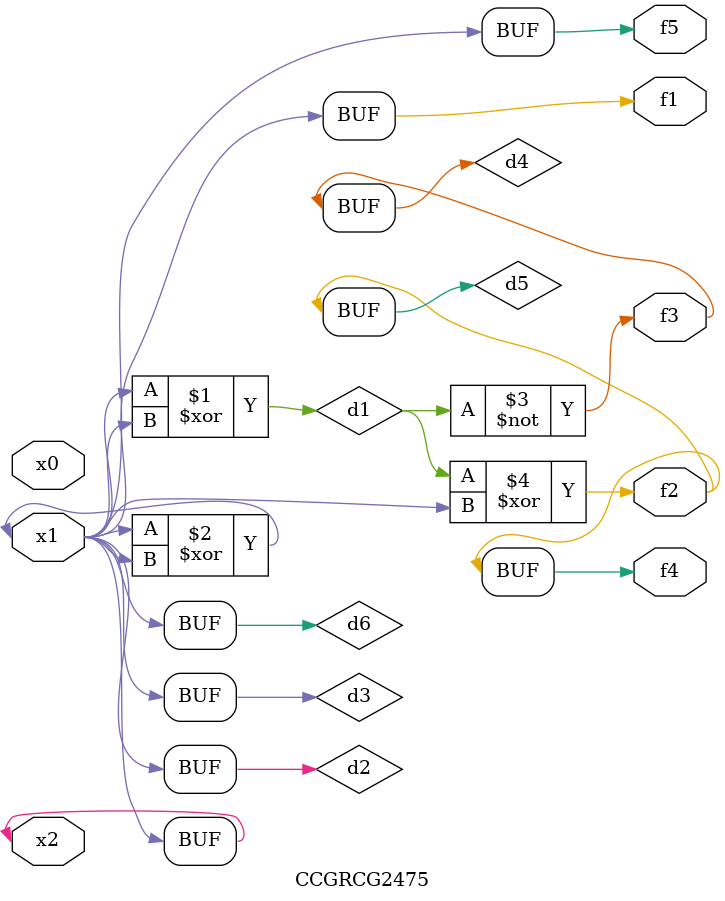
<source format=v>
module CCGRCG2475(
	input x0, x1, x2,
	output f1, f2, f3, f4, f5
);

	wire d1, d2, d3, d4, d5, d6;

	xor (d1, x1, x2);
	buf (d2, x1, x2);
	xor (d3, x1, x2);
	nor (d4, d1);
	xor (d5, d1, d2);
	buf (d6, d2, d3);
	assign f1 = d6;
	assign f2 = d5;
	assign f3 = d4;
	assign f4 = d5;
	assign f5 = d6;
endmodule

</source>
